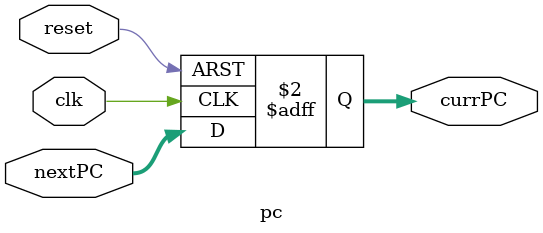
<source format=v>
`timescale 1ns / 1ps


module pc 
#(parameter WIDTH = 32)  //Ö¸ÁîµØÖ·¿í¶È£¬Ä¬ÈÏÎª32Î»£¬pjÖÐÓ¦¸ÃÊÇ²ÉÓÃ6Î»£¬¼´16ÌõÖ¸Áî¡Á4×Ö½Ú/Ìõ=64×Ö½Ú
(
input       clk, reset,
input       [WIDTH-1:0] nextPC,
output  reg [WIDTH-1:0] currPC
    );
    always @(posedge clk, posedge reset)
        if(reset)   currPC <= 0;
        else        currPC <= nextPC;
endmodule

</source>
